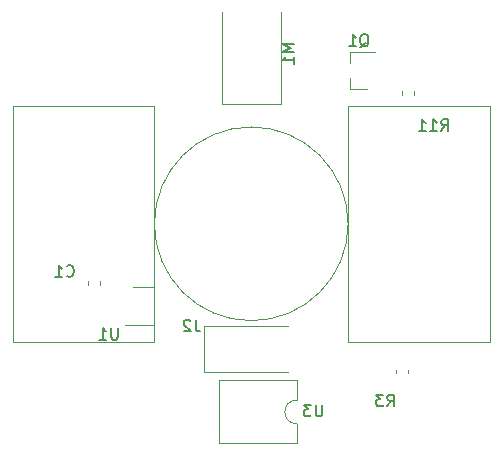
<source format=gbr>
G04 #@! TF.GenerationSoftware,KiCad,Pcbnew,5.1.4-1.fc30*
G04 #@! TF.CreationDate,2019-09-08T13:51:55+02:00*
G04 #@! TF.ProjectId,synchro2,73796e63-6872-46f3-922e-6b696361645f,rev?*
G04 #@! TF.SameCoordinates,Original*
G04 #@! TF.FileFunction,Legend,Bot*
G04 #@! TF.FilePolarity,Positive*
%FSLAX46Y46*%
G04 Gerber Fmt 4.6, Leading zero omitted, Abs format (unit mm)*
G04 Created by KiCad (PCBNEW 5.1.4-1.fc30) date 2019-09-08 13:51:55*
%MOMM*%
%LPD*%
G04 APERTURE LIST*
%ADD10C,0.120000*%
%ADD11C,0.150000*%
G04 APERTURE END LIST*
D10*
X227300000Y-126300000D02*
X227300000Y-106300000D01*
X239300000Y-126300000D02*
X227300000Y-126300000D01*
X227300000Y-106300000D02*
X239300000Y-106300000D01*
X239300000Y-106300000D02*
X239300000Y-126300000D01*
X210900000Y-106300000D02*
X210900000Y-126300000D01*
X198900000Y-106300000D02*
X210900000Y-106300000D01*
X210900000Y-126300000D02*
X198900000Y-126300000D01*
X198900000Y-126300000D02*
X198900000Y-106300000D01*
X227300000Y-116300000D02*
G75*
G03X227300000Y-116300000I-8200000J0D01*
G01*
X222948000Y-129564000D02*
X222948000Y-131214000D01*
X216344000Y-129563000D02*
X222948000Y-129564000D01*
X216344000Y-134863000D02*
X216344000Y-129563000D01*
X222948000Y-134897000D02*
X216344000Y-134897000D01*
X222948000Y-133230000D02*
X222948000Y-134880000D01*
X222948000Y-131230000D02*
G75*
G03X222948000Y-133230000I0J-1000000D01*
G01*
X232410000Y-128962779D02*
X232410000Y-128637221D01*
X231390000Y-128962779D02*
X231390000Y-128637221D01*
X227440000Y-104880000D02*
X228900000Y-104880000D01*
X227440000Y-101720000D02*
X229600000Y-101720000D01*
X227440000Y-101720000D02*
X227440000Y-102650000D01*
X227440000Y-104880000D02*
X227440000Y-103950000D01*
X210850000Y-124860000D02*
X208400000Y-124860000D01*
X209050000Y-121640000D02*
X210850000Y-121640000D01*
X221585000Y-98350000D02*
X221585000Y-106185000D01*
X221585000Y-106185000D02*
X216615000Y-106185000D01*
X216615000Y-106185000D02*
X216615000Y-98350000D01*
X231890000Y-105362779D02*
X231890000Y-105037221D01*
X232910000Y-105362779D02*
X232910000Y-105037221D01*
X206310000Y-121174721D02*
X206310000Y-121500279D01*
X205290000Y-121174721D02*
X205290000Y-121500279D01*
X222250000Y-128835000D02*
X215090000Y-128835000D01*
X215090000Y-128835000D02*
X215090000Y-124965000D01*
X215090000Y-124965000D02*
X222250000Y-124965000D01*
D11*
X225111904Y-131602380D02*
X225111904Y-132411904D01*
X225064285Y-132507142D01*
X225016666Y-132554761D01*
X224921428Y-132602380D01*
X224730952Y-132602380D01*
X224635714Y-132554761D01*
X224588095Y-132507142D01*
X224540476Y-132411904D01*
X224540476Y-131602380D01*
X224159523Y-131602380D02*
X223540476Y-131602380D01*
X223873809Y-131983333D01*
X223730952Y-131983333D01*
X223635714Y-132030952D01*
X223588095Y-132078571D01*
X223540476Y-132173809D01*
X223540476Y-132411904D01*
X223588095Y-132507142D01*
X223635714Y-132554761D01*
X223730952Y-132602380D01*
X224016666Y-132602380D01*
X224111904Y-132554761D01*
X224159523Y-132507142D01*
X230616666Y-131752380D02*
X230950000Y-131276190D01*
X231188095Y-131752380D02*
X231188095Y-130752380D01*
X230807142Y-130752380D01*
X230711904Y-130800000D01*
X230664285Y-130847619D01*
X230616666Y-130942857D01*
X230616666Y-131085714D01*
X230664285Y-131180952D01*
X230711904Y-131228571D01*
X230807142Y-131276190D01*
X231188095Y-131276190D01*
X230283333Y-130752380D02*
X229664285Y-130752380D01*
X229997619Y-131133333D01*
X229854761Y-131133333D01*
X229759523Y-131180952D01*
X229711904Y-131228571D01*
X229664285Y-131323809D01*
X229664285Y-131561904D01*
X229711904Y-131657142D01*
X229759523Y-131704761D01*
X229854761Y-131752380D01*
X230140476Y-131752380D01*
X230235714Y-131704761D01*
X230283333Y-131657142D01*
X228295238Y-101347619D02*
X228390476Y-101300000D01*
X228485714Y-101204761D01*
X228628571Y-101061904D01*
X228723809Y-101014285D01*
X228819047Y-101014285D01*
X228771428Y-101252380D02*
X228866666Y-101204761D01*
X228961904Y-101109523D01*
X229009523Y-100919047D01*
X229009523Y-100585714D01*
X228961904Y-100395238D01*
X228866666Y-100300000D01*
X228771428Y-100252380D01*
X228580952Y-100252380D01*
X228485714Y-100300000D01*
X228390476Y-100395238D01*
X228342857Y-100585714D01*
X228342857Y-100919047D01*
X228390476Y-101109523D01*
X228485714Y-101204761D01*
X228580952Y-101252380D01*
X228771428Y-101252380D01*
X227390476Y-101252380D02*
X227961904Y-101252380D01*
X227676190Y-101252380D02*
X227676190Y-100252380D01*
X227771428Y-100395238D01*
X227866666Y-100490476D01*
X227961904Y-100538095D01*
X207811904Y-125102380D02*
X207811904Y-125911904D01*
X207764285Y-126007142D01*
X207716666Y-126054761D01*
X207621428Y-126102380D01*
X207430952Y-126102380D01*
X207335714Y-126054761D01*
X207288095Y-126007142D01*
X207240476Y-125911904D01*
X207240476Y-125102380D01*
X206240476Y-126102380D02*
X206811904Y-126102380D01*
X206526190Y-126102380D02*
X206526190Y-125102380D01*
X206621428Y-125245238D01*
X206716666Y-125340476D01*
X206811904Y-125388095D01*
X222732380Y-101090476D02*
X221732380Y-101090476D01*
X222446666Y-101423809D01*
X221732380Y-101757142D01*
X222732380Y-101757142D01*
X222732380Y-102757142D02*
X222732380Y-102185714D01*
X222732380Y-102471428D02*
X221732380Y-102471428D01*
X221875238Y-102376190D01*
X221970476Y-102280952D01*
X222018095Y-102185714D01*
X235192857Y-108452380D02*
X235526190Y-107976190D01*
X235764285Y-108452380D02*
X235764285Y-107452380D01*
X235383333Y-107452380D01*
X235288095Y-107500000D01*
X235240476Y-107547619D01*
X235192857Y-107642857D01*
X235192857Y-107785714D01*
X235240476Y-107880952D01*
X235288095Y-107928571D01*
X235383333Y-107976190D01*
X235764285Y-107976190D01*
X234240476Y-108452380D02*
X234811904Y-108452380D01*
X234526190Y-108452380D02*
X234526190Y-107452380D01*
X234621428Y-107595238D01*
X234716666Y-107690476D01*
X234811904Y-107738095D01*
X233288095Y-108452380D02*
X233859523Y-108452380D01*
X233573809Y-108452380D02*
X233573809Y-107452380D01*
X233669047Y-107595238D01*
X233764285Y-107690476D01*
X233859523Y-107738095D01*
X203466666Y-120707142D02*
X203514285Y-120754761D01*
X203657142Y-120802380D01*
X203752380Y-120802380D01*
X203895238Y-120754761D01*
X203990476Y-120659523D01*
X204038095Y-120564285D01*
X204085714Y-120373809D01*
X204085714Y-120230952D01*
X204038095Y-120040476D01*
X203990476Y-119945238D01*
X203895238Y-119850000D01*
X203752380Y-119802380D01*
X203657142Y-119802380D01*
X203514285Y-119850000D01*
X203466666Y-119897619D01*
X202514285Y-120802380D02*
X203085714Y-120802380D01*
X202800000Y-120802380D02*
X202800000Y-119802380D01*
X202895238Y-119945238D01*
X202990476Y-120040476D01*
X203085714Y-120088095D01*
X214383333Y-124402380D02*
X214383333Y-125116666D01*
X214430952Y-125259523D01*
X214526190Y-125354761D01*
X214669047Y-125402380D01*
X214764285Y-125402380D01*
X213954761Y-124497619D02*
X213907142Y-124450000D01*
X213811904Y-124402380D01*
X213573809Y-124402380D01*
X213478571Y-124450000D01*
X213430952Y-124497619D01*
X213383333Y-124592857D01*
X213383333Y-124688095D01*
X213430952Y-124830952D01*
X214002380Y-125402380D01*
X213383333Y-125402380D01*
M02*

</source>
